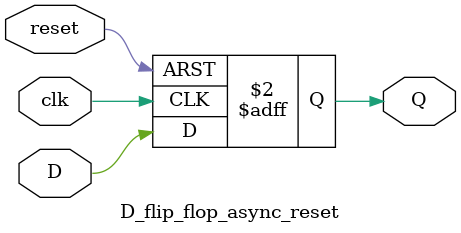
<source format=v>
module D_flip_flop_async_reset (
    input wire D,          // 输入 D
    input wire clk,        // 时钟信号
    input wire reset,      // 异步复位信号
    output reg Q           // 输出 Q
);

    // 异步复位功能
    always @(posedge clk or posedge reset) begin
        if (reset)          // 如果异步复位信号有效
            Q <= 1'b0;      // 输出置为0
        else
            Q <= D;        // 否则，输出赋值为 D
    end

endmodule

</source>
